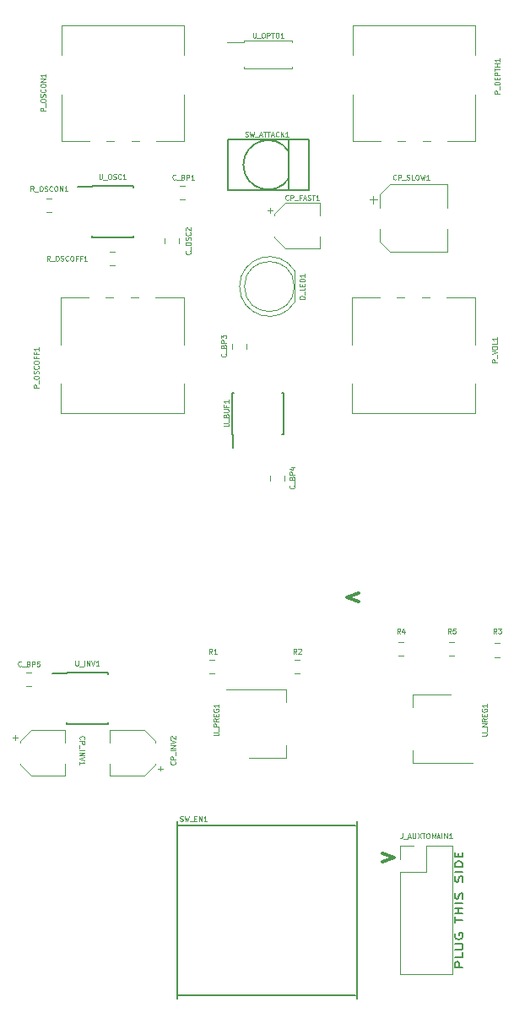
<source format=gbr>
G04 #@! TF.GenerationSoftware,KiCad,Pcbnew,(5.0.0-3-g5ebb6b6)*
G04 #@! TF.CreationDate,2018-11-10T02:34:20+00:00*
G04 #@! TF.ProjectId,555PWMTremolo,35353550574D5472656D6F6C6F2E6B69,rev?*
G04 #@! TF.SameCoordinates,Original*
G04 #@! TF.FileFunction,Legend,Top*
G04 #@! TF.FilePolarity,Positive*
%FSLAX46Y46*%
G04 Gerber Fmt 4.6, Leading zero omitted, Abs format (unit mm)*
G04 Created by KiCad (PCBNEW (5.0.0-3-g5ebb6b6)) date Saturday, 10 November 2018 at 02:34:20*
%MOMM*%
%LPD*%
G01*
G04 APERTURE LIST*
%ADD10C,0.300000*%
%ADD11C,0.200000*%
%ADD12C,0.150000*%
%ADD13C,0.120000*%
%ADD14C,0.125000*%
G04 APERTURE END LIST*
D10*
X89725428Y-129099428D02*
X88582571Y-128670857D01*
X89725428Y-128242285D01*
X92138571Y-154364571D02*
X93281428Y-154793142D01*
X92138571Y-155221714D01*
D11*
X100183904Y-165758095D02*
X99383904Y-165758095D01*
X99383904Y-165377142D01*
X99422000Y-165281904D01*
X99460095Y-165234285D01*
X99536285Y-165186666D01*
X99650571Y-165186666D01*
X99726761Y-165234285D01*
X99764857Y-165281904D01*
X99802952Y-165377142D01*
X99802952Y-165758095D01*
X100183904Y-164281904D02*
X100183904Y-164758095D01*
X99383904Y-164758095D01*
X99383904Y-163948571D02*
X100031523Y-163948571D01*
X100107714Y-163900952D01*
X100145809Y-163853333D01*
X100183904Y-163758095D01*
X100183904Y-163567619D01*
X100145809Y-163472380D01*
X100107714Y-163424761D01*
X100031523Y-163377142D01*
X99383904Y-163377142D01*
X99422000Y-162377142D02*
X99383904Y-162472380D01*
X99383904Y-162615238D01*
X99422000Y-162758095D01*
X99498190Y-162853333D01*
X99574380Y-162900952D01*
X99726761Y-162948571D01*
X99841047Y-162948571D01*
X99993428Y-162900952D01*
X100069619Y-162853333D01*
X100145809Y-162758095D01*
X100183904Y-162615238D01*
X100183904Y-162520000D01*
X100145809Y-162377142D01*
X100107714Y-162329523D01*
X99841047Y-162329523D01*
X99841047Y-162520000D01*
X99383904Y-161281904D02*
X99383904Y-160710476D01*
X100183904Y-160996190D02*
X99383904Y-160996190D01*
X100183904Y-160377142D02*
X99383904Y-160377142D01*
X99764857Y-160377142D02*
X99764857Y-159805714D01*
X100183904Y-159805714D02*
X99383904Y-159805714D01*
X100183904Y-159329523D02*
X99383904Y-159329523D01*
X100145809Y-158900952D02*
X100183904Y-158758095D01*
X100183904Y-158520000D01*
X100145809Y-158424761D01*
X100107714Y-158377142D01*
X100031523Y-158329523D01*
X99955333Y-158329523D01*
X99879142Y-158377142D01*
X99841047Y-158424761D01*
X99802952Y-158520000D01*
X99764857Y-158710476D01*
X99726761Y-158805714D01*
X99688666Y-158853333D01*
X99612476Y-158900952D01*
X99536285Y-158900952D01*
X99460095Y-158853333D01*
X99422000Y-158805714D01*
X99383904Y-158710476D01*
X99383904Y-158472380D01*
X99422000Y-158329523D01*
X100145809Y-157186666D02*
X100183904Y-157043809D01*
X100183904Y-156805714D01*
X100145809Y-156710476D01*
X100107714Y-156662857D01*
X100031523Y-156615238D01*
X99955333Y-156615238D01*
X99879142Y-156662857D01*
X99841047Y-156710476D01*
X99802952Y-156805714D01*
X99764857Y-156996190D01*
X99726761Y-157091428D01*
X99688666Y-157139047D01*
X99612476Y-157186666D01*
X99536285Y-157186666D01*
X99460095Y-157139047D01*
X99422000Y-157091428D01*
X99383904Y-156996190D01*
X99383904Y-156758095D01*
X99422000Y-156615238D01*
X100183904Y-156186666D02*
X99383904Y-156186666D01*
X100183904Y-155710476D02*
X99383904Y-155710476D01*
X99383904Y-155472380D01*
X99422000Y-155329523D01*
X99498190Y-155234285D01*
X99574380Y-155186666D01*
X99726761Y-155139047D01*
X99841047Y-155139047D01*
X99993428Y-155186666D01*
X100069619Y-155234285D01*
X100145809Y-155329523D01*
X100183904Y-155472380D01*
X100183904Y-155710476D01*
X99764857Y-154710476D02*
X99764857Y-154377142D01*
X100183904Y-154234285D02*
X100183904Y-154710476D01*
X99383904Y-154710476D01*
X99383904Y-154234285D01*
D12*
G04 #@! TO.C,SW_EN1*
X89433400Y-168541700D02*
X72923400Y-168541700D01*
X72923400Y-168541700D02*
X71653400Y-168541700D01*
X71526400Y-168922700D02*
X71526400Y-151142700D01*
X71653400Y-151523700D02*
X89433400Y-151523700D01*
X89560400Y-151142700D02*
X89560400Y-168922700D01*
D13*
G04 #@! TO.C,D_LED1*
X77782000Y-97535538D02*
G75*
G03X83332000Y-99080830I2990000J-462D01*
G01*
X77782000Y-97536462D02*
G75*
G02X83332000Y-95991170I2990000J462D01*
G01*
X83272000Y-97536000D02*
G75*
G03X83272000Y-97536000I-2500000J0D01*
G01*
X83332000Y-99081000D02*
X83332000Y-95991000D01*
G04 #@! TO.C,U_NREG1*
X101191500Y-145269000D02*
X95181500Y-145269000D01*
X98941500Y-138449000D02*
X95181500Y-138449000D01*
X95181500Y-145269000D02*
X95181500Y-144009000D01*
X95181500Y-138449000D02*
X95181500Y-139709000D01*
G04 #@! TO.C,C_BP1*
X71747748Y-87428000D02*
X72270252Y-87428000D01*
X71747748Y-88848000D02*
X72270252Y-88848000D01*
G04 #@! TO.C,C_BP3*
X77014000Y-103243748D02*
X77014000Y-103766252D01*
X78434000Y-103243748D02*
X78434000Y-103766252D01*
G04 #@! TO.C,C_BP4*
X80824000Y-116451748D02*
X80824000Y-116974252D01*
X82244000Y-116451748D02*
X82244000Y-116974252D01*
G04 #@! TO.C,C_BP5*
X56380748Y-136196000D02*
X56903252Y-136196000D01*
X56380748Y-137616000D02*
X56903252Y-137616000D01*
G04 #@! TO.C,P_DEPTH1*
X89120000Y-82940000D02*
X89120000Y-78274000D01*
X89120000Y-74365000D02*
X89120000Y-71350000D01*
X101460000Y-82940000D02*
X101460000Y-78274000D01*
X101460000Y-74365000D02*
X101460000Y-71350000D01*
X89120000Y-82940000D02*
X91919000Y-82940000D01*
X93661000Y-82940000D02*
X94420000Y-82940000D01*
X96161000Y-82940000D02*
X96920000Y-82940000D01*
X98660000Y-82940000D02*
X101460000Y-82940000D01*
X89120000Y-71350000D02*
X101460000Y-71350000D01*
G04 #@! TO.C,P_VOL1*
X101380000Y-110260000D02*
X89040000Y-110260000D01*
X91840000Y-98670000D02*
X89040000Y-98670000D01*
X94339000Y-98670000D02*
X93580000Y-98670000D01*
X96839000Y-98670000D02*
X96080000Y-98670000D01*
X101380000Y-98670000D02*
X98581000Y-98670000D01*
X89040000Y-107245000D02*
X89040000Y-110260000D01*
X89040000Y-98670000D02*
X89040000Y-103336000D01*
X101380000Y-107245000D02*
X101380000Y-110260000D01*
X101380000Y-98670000D02*
X101380000Y-103336000D01*
G04 #@! TO.C,R1*
X75242052Y-134926000D02*
X74719548Y-134926000D01*
X75242052Y-136346000D02*
X74719548Y-136346000D01*
G04 #@! TO.C,R2*
X83827252Y-136346000D02*
X83304748Y-136346000D01*
X83827252Y-134926000D02*
X83304748Y-134926000D01*
G04 #@! TO.C,R3*
X103370748Y-133275000D02*
X103893252Y-133275000D01*
X103370748Y-134695000D02*
X103893252Y-134695000D01*
G04 #@! TO.C,R4*
X94241252Y-134568000D02*
X93718748Y-134568000D01*
X94241252Y-133148000D02*
X93718748Y-133148000D01*
G04 #@! TO.C,R5*
X98798748Y-134568000D02*
X99321252Y-134568000D01*
X98798748Y-133148000D02*
X99321252Y-133148000D01*
D12*
G04 #@! TO.C,U_BUF1*
X77104000Y-112311000D02*
X77104000Y-113711000D01*
X82204000Y-112311000D02*
X82204000Y-108161000D01*
X77054000Y-112311000D02*
X77054000Y-108161000D01*
X82204000Y-112311000D02*
X82059000Y-112311000D01*
X82204000Y-108161000D02*
X82059000Y-108161000D01*
X77054000Y-108161000D02*
X77199000Y-108161000D01*
X77054000Y-112311000D02*
X77104000Y-112311000D01*
D13*
G04 #@! TO.C,U_PREG1*
X82491500Y-144761000D02*
X82491500Y-143501000D01*
X82491500Y-137941000D02*
X82491500Y-139201000D01*
X78731500Y-144761000D02*
X82491500Y-144761000D01*
X76481500Y-137941000D02*
X82491500Y-137941000D01*
G04 #@! TO.C,CP_INV1*
X55289000Y-142462000D02*
X55289000Y-142962000D01*
X55039000Y-142712000D02*
X55539000Y-142712000D01*
X55779000Y-145467563D02*
X56843437Y-146532000D01*
X55779000Y-143076437D02*
X56843437Y-142012000D01*
X55779000Y-143076437D02*
X55779000Y-143212000D01*
X55779000Y-145467563D02*
X55779000Y-145332000D01*
X56843437Y-146532000D02*
X60299000Y-146532000D01*
X56843437Y-142012000D02*
X60299000Y-142012000D01*
X60299000Y-142012000D02*
X60299000Y-143212000D01*
X60299000Y-146532000D02*
X60299000Y-145332000D01*
G04 #@! TO.C,CP_INV2*
X64796000Y-142012000D02*
X64796000Y-143212000D01*
X64796000Y-146532000D02*
X64796000Y-145332000D01*
X68251563Y-146532000D02*
X64796000Y-146532000D01*
X68251563Y-142012000D02*
X64796000Y-142012000D01*
X69316000Y-143076437D02*
X69316000Y-143212000D01*
X69316000Y-145467563D02*
X69316000Y-145332000D01*
X69316000Y-145467563D02*
X68251563Y-146532000D01*
X69316000Y-143076437D02*
X68251563Y-142012000D01*
X70056000Y-145832000D02*
X69556000Y-145832000D01*
X69806000Y-146082000D02*
X69806000Y-145582000D01*
G04 #@! TO.C,C_OSC2*
X71703000Y-92702748D02*
X71703000Y-93225252D01*
X70283000Y-92702748D02*
X70283000Y-93225252D01*
G04 #@! TO.C,R_OSCOFF1*
X65285252Y-94032000D02*
X64762748Y-94032000D01*
X65285252Y-95452000D02*
X64762748Y-95452000D01*
G04 #@! TO.C,R_OSCON1*
X58412748Y-88698000D02*
X58935252Y-88698000D01*
X58412748Y-90118000D02*
X58935252Y-90118000D01*
D12*
G04 #@! TO.C,U_OSC1*
X62949000Y-87468000D02*
X62949000Y-87518000D01*
X67099000Y-87468000D02*
X67099000Y-87613000D01*
X67099000Y-92618000D02*
X67099000Y-92473000D01*
X62949000Y-92618000D02*
X62949000Y-92473000D01*
X62949000Y-87468000D02*
X67099000Y-87468000D01*
X62949000Y-92618000D02*
X67099000Y-92618000D01*
X62949000Y-87518000D02*
X61549000Y-87518000D01*
D13*
G04 #@! TO.C,P_OSCOFF1*
X72170000Y-110260000D02*
X59830000Y-110260000D01*
X62630000Y-98670000D02*
X59830000Y-98670000D01*
X65129000Y-98670000D02*
X64370000Y-98670000D01*
X67629000Y-98670000D02*
X66870000Y-98670000D01*
X72170000Y-98670000D02*
X69371000Y-98670000D01*
X59830000Y-107245000D02*
X59830000Y-110260000D01*
X59830000Y-98670000D02*
X59830000Y-103336000D01*
X72170000Y-107245000D02*
X72170000Y-110260000D01*
X72170000Y-98670000D02*
X72170000Y-103336000D01*
G04 #@! TO.C,P_OSCON1*
X59910000Y-82940000D02*
X59910000Y-78274000D01*
X59910000Y-74365000D02*
X59910000Y-71350000D01*
X72250000Y-82940000D02*
X72250000Y-78274000D01*
X72250000Y-74365000D02*
X72250000Y-71350000D01*
X59910000Y-82940000D02*
X62709000Y-82940000D01*
X64451000Y-82940000D02*
X65210000Y-82940000D01*
X66951000Y-82940000D02*
X67710000Y-82940000D01*
X69450000Y-82940000D02*
X72250000Y-82940000D01*
X59910000Y-71350000D02*
X72250000Y-71350000D01*
D12*
G04 #@! TO.C,U_INV1*
X60409000Y-136286000D02*
X59009000Y-136286000D01*
X60409000Y-141386000D02*
X64559000Y-141386000D01*
X60409000Y-136236000D02*
X64559000Y-136236000D01*
X60409000Y-141386000D02*
X60409000Y-141241000D01*
X64559000Y-141386000D02*
X64559000Y-141241000D01*
X64559000Y-136236000D02*
X64559000Y-136381000D01*
X60409000Y-136236000D02*
X60409000Y-136286000D01*
D13*
G04 #@! TO.C,U_OPTO1*
X83045000Y-72895000D02*
X83045000Y-73045000D01*
X78245000Y-72895000D02*
X83045000Y-72895000D01*
X78245000Y-73045000D02*
X78245000Y-72895000D01*
X78245000Y-75695000D02*
X78245000Y-75545000D01*
X83045000Y-75695000D02*
X78245000Y-75695000D01*
X83045000Y-75545000D02*
X83045000Y-75695000D01*
X78245000Y-73045000D02*
X76545000Y-73045000D01*
G04 #@! TO.C,J_AUXTOMAIN1*
X93920000Y-153610000D02*
X95250000Y-153610000D01*
X93920000Y-154940000D02*
X93920000Y-153610000D01*
X96520000Y-153610000D02*
X99120000Y-153610000D01*
X96520000Y-156210000D02*
X96520000Y-153610000D01*
X93920000Y-156210000D02*
X96520000Y-156210000D01*
X99120000Y-153610000D02*
X99120000Y-166430000D01*
X93920000Y-156210000D02*
X93920000Y-166430000D01*
X93920000Y-166430000D02*
X99120000Y-166430000D01*
G04 #@! TO.C,CP_FAST1*
X85826000Y-93700000D02*
X85826000Y-92500000D01*
X85826000Y-89180000D02*
X85826000Y-90380000D01*
X82370437Y-89180000D02*
X85826000Y-89180000D01*
X82370437Y-93700000D02*
X85826000Y-93700000D01*
X81306000Y-92635563D02*
X81306000Y-92500000D01*
X81306000Y-90244437D02*
X81306000Y-90380000D01*
X81306000Y-90244437D02*
X82370437Y-89180000D01*
X81306000Y-92635563D02*
X82370437Y-93700000D01*
X80566000Y-89880000D02*
X81066000Y-89880000D01*
X80816000Y-89630000D02*
X80816000Y-90130000D01*
G04 #@! TO.C,CP_SLOW1*
X98660000Y-94088000D02*
X98660000Y-91738000D01*
X98660000Y-87268000D02*
X98660000Y-89618000D01*
X92904437Y-87268000D02*
X98660000Y-87268000D01*
X92904437Y-94088000D02*
X98660000Y-94088000D01*
X91840000Y-93023563D02*
X91840000Y-91738000D01*
X91840000Y-88332437D02*
X91840000Y-89618000D01*
X91840000Y-88332437D02*
X92904437Y-87268000D01*
X91840000Y-93023563D02*
X92904437Y-94088000D01*
X90812500Y-88830500D02*
X91600000Y-88830500D01*
X91206250Y-88436750D02*
X91206250Y-89224250D01*
D12*
G04 #@! TO.C,SW_ATTACK1*
X82718177Y-83988461D02*
G75*
G03X82717640Y-86700360I-2073177J-1355539D01*
G01*
X82727800Y-87884000D02*
X82727800Y-82804000D01*
X84709000Y-82804000D02*
X76581000Y-82804000D01*
X84709000Y-87884000D02*
X84709000Y-82804000D01*
X76581000Y-87884000D02*
X84709000Y-87884000D01*
X76581000Y-82804000D02*
X76581000Y-87884000D01*
G04 #@! TO.C,SW_EN1*
D14*
X71806761Y-151078380D02*
X71878190Y-151102190D01*
X71997238Y-151102190D01*
X72044857Y-151078380D01*
X72068666Y-151054571D01*
X72092476Y-151006952D01*
X72092476Y-150959333D01*
X72068666Y-150911714D01*
X72044857Y-150887904D01*
X71997238Y-150864095D01*
X71902000Y-150840285D01*
X71854380Y-150816476D01*
X71830571Y-150792666D01*
X71806761Y-150745047D01*
X71806761Y-150697428D01*
X71830571Y-150649809D01*
X71854380Y-150626000D01*
X71902000Y-150602190D01*
X72021047Y-150602190D01*
X72092476Y-150626000D01*
X72259142Y-150602190D02*
X72378190Y-151102190D01*
X72473428Y-150745047D01*
X72568666Y-151102190D01*
X72687714Y-150602190D01*
X72759142Y-151149809D02*
X73140095Y-151149809D01*
X73259142Y-150840285D02*
X73425809Y-150840285D01*
X73497238Y-151102190D02*
X73259142Y-151102190D01*
X73259142Y-150602190D01*
X73497238Y-150602190D01*
X73711523Y-151102190D02*
X73711523Y-150602190D01*
X73997238Y-151102190D01*
X73997238Y-150602190D01*
X74497238Y-151102190D02*
X74211523Y-151102190D01*
X74354380Y-151102190D02*
X74354380Y-150602190D01*
X74306761Y-150673619D01*
X74259142Y-150721238D01*
X74211523Y-150745047D01*
G04 #@! TO.C,D_LED1*
X84300190Y-98774095D02*
X83800190Y-98774095D01*
X83800190Y-98655047D01*
X83824000Y-98583619D01*
X83871619Y-98536000D01*
X83919238Y-98512190D01*
X84014476Y-98488380D01*
X84085904Y-98488380D01*
X84181142Y-98512190D01*
X84228761Y-98536000D01*
X84276380Y-98583619D01*
X84300190Y-98655047D01*
X84300190Y-98774095D01*
X84347809Y-98393142D02*
X84347809Y-98012190D01*
X84300190Y-97655047D02*
X84300190Y-97893142D01*
X83800190Y-97893142D01*
X84038285Y-97488380D02*
X84038285Y-97321714D01*
X84300190Y-97250285D02*
X84300190Y-97488380D01*
X83800190Y-97488380D01*
X83800190Y-97250285D01*
X84300190Y-97036000D02*
X83800190Y-97036000D01*
X83800190Y-96916952D01*
X83824000Y-96845523D01*
X83871619Y-96797904D01*
X83919238Y-96774095D01*
X84014476Y-96750285D01*
X84085904Y-96750285D01*
X84181142Y-96774095D01*
X84228761Y-96797904D01*
X84276380Y-96845523D01*
X84300190Y-96916952D01*
X84300190Y-97036000D01*
X84300190Y-96274095D02*
X84300190Y-96559809D01*
X84300190Y-96416952D02*
X83800190Y-96416952D01*
X83871619Y-96464571D01*
X83919238Y-96512190D01*
X83943047Y-96559809D01*
G04 #@! TO.C,U_NREG1*
X102088190Y-142529523D02*
X102492952Y-142529523D01*
X102540571Y-142505714D01*
X102564380Y-142481904D01*
X102588190Y-142434285D01*
X102588190Y-142339047D01*
X102564380Y-142291428D01*
X102540571Y-142267619D01*
X102492952Y-142243809D01*
X102088190Y-142243809D01*
X102635809Y-142124761D02*
X102635809Y-141743809D01*
X102588190Y-141624761D02*
X102088190Y-141624761D01*
X102588190Y-141339047D01*
X102088190Y-141339047D01*
X102588190Y-140815238D02*
X102350095Y-140981904D01*
X102588190Y-141100952D02*
X102088190Y-141100952D01*
X102088190Y-140910476D01*
X102112000Y-140862857D01*
X102135809Y-140839047D01*
X102183428Y-140815238D01*
X102254857Y-140815238D01*
X102302476Y-140839047D01*
X102326285Y-140862857D01*
X102350095Y-140910476D01*
X102350095Y-141100952D01*
X102326285Y-140600952D02*
X102326285Y-140434285D01*
X102588190Y-140362857D02*
X102588190Y-140600952D01*
X102088190Y-140600952D01*
X102088190Y-140362857D01*
X102112000Y-139886666D02*
X102088190Y-139934285D01*
X102088190Y-140005714D01*
X102112000Y-140077142D01*
X102159619Y-140124761D01*
X102207238Y-140148571D01*
X102302476Y-140172380D01*
X102373904Y-140172380D01*
X102469142Y-140148571D01*
X102516761Y-140124761D01*
X102564380Y-140077142D01*
X102588190Y-140005714D01*
X102588190Y-139958095D01*
X102564380Y-139886666D01*
X102540571Y-139862857D01*
X102373904Y-139862857D01*
X102373904Y-139958095D01*
X102588190Y-139386666D02*
X102588190Y-139672380D01*
X102588190Y-139529523D02*
X102088190Y-139529523D01*
X102159619Y-139577142D01*
X102207238Y-139624761D01*
X102231047Y-139672380D01*
G04 #@! TO.C,C_BP1*
X71362190Y-86792571D02*
X71338380Y-86816380D01*
X71266952Y-86840190D01*
X71219333Y-86840190D01*
X71147904Y-86816380D01*
X71100285Y-86768761D01*
X71076476Y-86721142D01*
X71052666Y-86625904D01*
X71052666Y-86554476D01*
X71076476Y-86459238D01*
X71100285Y-86411619D01*
X71147904Y-86364000D01*
X71219333Y-86340190D01*
X71266952Y-86340190D01*
X71338380Y-86364000D01*
X71362190Y-86387809D01*
X71457428Y-86887809D02*
X71838380Y-86887809D01*
X72124095Y-86578285D02*
X72195523Y-86602095D01*
X72219333Y-86625904D01*
X72243142Y-86673523D01*
X72243142Y-86744952D01*
X72219333Y-86792571D01*
X72195523Y-86816380D01*
X72147904Y-86840190D01*
X71957428Y-86840190D01*
X71957428Y-86340190D01*
X72124095Y-86340190D01*
X72171714Y-86364000D01*
X72195523Y-86387809D01*
X72219333Y-86435428D01*
X72219333Y-86483047D01*
X72195523Y-86530666D01*
X72171714Y-86554476D01*
X72124095Y-86578285D01*
X71957428Y-86578285D01*
X72457428Y-86840190D02*
X72457428Y-86340190D01*
X72647904Y-86340190D01*
X72695523Y-86364000D01*
X72719333Y-86387809D01*
X72743142Y-86435428D01*
X72743142Y-86506857D01*
X72719333Y-86554476D01*
X72695523Y-86578285D01*
X72647904Y-86602095D01*
X72457428Y-86602095D01*
X73219333Y-86840190D02*
X72933619Y-86840190D01*
X73076476Y-86840190D02*
X73076476Y-86340190D01*
X73028857Y-86411619D01*
X72981238Y-86459238D01*
X72933619Y-86483047D01*
G04 #@! TO.C,C_BP3*
X76378571Y-104278809D02*
X76402380Y-104302619D01*
X76426190Y-104374047D01*
X76426190Y-104421666D01*
X76402380Y-104493095D01*
X76354761Y-104540714D01*
X76307142Y-104564523D01*
X76211904Y-104588333D01*
X76140476Y-104588333D01*
X76045238Y-104564523D01*
X75997619Y-104540714D01*
X75950000Y-104493095D01*
X75926190Y-104421666D01*
X75926190Y-104374047D01*
X75950000Y-104302619D01*
X75973809Y-104278809D01*
X76473809Y-104183571D02*
X76473809Y-103802619D01*
X76164285Y-103516904D02*
X76188095Y-103445476D01*
X76211904Y-103421666D01*
X76259523Y-103397857D01*
X76330952Y-103397857D01*
X76378571Y-103421666D01*
X76402380Y-103445476D01*
X76426190Y-103493095D01*
X76426190Y-103683571D01*
X75926190Y-103683571D01*
X75926190Y-103516904D01*
X75950000Y-103469285D01*
X75973809Y-103445476D01*
X76021428Y-103421666D01*
X76069047Y-103421666D01*
X76116666Y-103445476D01*
X76140476Y-103469285D01*
X76164285Y-103516904D01*
X76164285Y-103683571D01*
X76426190Y-103183571D02*
X75926190Y-103183571D01*
X75926190Y-102993095D01*
X75950000Y-102945476D01*
X75973809Y-102921666D01*
X76021428Y-102897857D01*
X76092857Y-102897857D01*
X76140476Y-102921666D01*
X76164285Y-102945476D01*
X76188095Y-102993095D01*
X76188095Y-103183571D01*
X75926190Y-102731190D02*
X75926190Y-102421666D01*
X76116666Y-102588333D01*
X76116666Y-102516904D01*
X76140476Y-102469285D01*
X76164285Y-102445476D01*
X76211904Y-102421666D01*
X76330952Y-102421666D01*
X76378571Y-102445476D01*
X76402380Y-102469285D01*
X76426190Y-102516904D01*
X76426190Y-102659761D01*
X76402380Y-102707380D01*
X76378571Y-102731190D01*
G04 #@! TO.C,C_BP4*
X83236571Y-117486809D02*
X83260380Y-117510619D01*
X83284190Y-117582047D01*
X83284190Y-117629666D01*
X83260380Y-117701095D01*
X83212761Y-117748714D01*
X83165142Y-117772523D01*
X83069904Y-117796333D01*
X82998476Y-117796333D01*
X82903238Y-117772523D01*
X82855619Y-117748714D01*
X82808000Y-117701095D01*
X82784190Y-117629666D01*
X82784190Y-117582047D01*
X82808000Y-117510619D01*
X82831809Y-117486809D01*
X83331809Y-117391571D02*
X83331809Y-117010619D01*
X83022285Y-116724904D02*
X83046095Y-116653476D01*
X83069904Y-116629666D01*
X83117523Y-116605857D01*
X83188952Y-116605857D01*
X83236571Y-116629666D01*
X83260380Y-116653476D01*
X83284190Y-116701095D01*
X83284190Y-116891571D01*
X82784190Y-116891571D01*
X82784190Y-116724904D01*
X82808000Y-116677285D01*
X82831809Y-116653476D01*
X82879428Y-116629666D01*
X82927047Y-116629666D01*
X82974666Y-116653476D01*
X82998476Y-116677285D01*
X83022285Y-116724904D01*
X83022285Y-116891571D01*
X83284190Y-116391571D02*
X82784190Y-116391571D01*
X82784190Y-116201095D01*
X82808000Y-116153476D01*
X82831809Y-116129666D01*
X82879428Y-116105857D01*
X82950857Y-116105857D01*
X82998476Y-116129666D01*
X83022285Y-116153476D01*
X83046095Y-116201095D01*
X83046095Y-116391571D01*
X82950857Y-115677285D02*
X83284190Y-115677285D01*
X82760380Y-115796333D02*
X83117523Y-115915380D01*
X83117523Y-115605857D01*
G04 #@! TO.C,C_BP5*
X55868190Y-135560571D02*
X55844380Y-135584380D01*
X55772952Y-135608190D01*
X55725333Y-135608190D01*
X55653904Y-135584380D01*
X55606285Y-135536761D01*
X55582476Y-135489142D01*
X55558666Y-135393904D01*
X55558666Y-135322476D01*
X55582476Y-135227238D01*
X55606285Y-135179619D01*
X55653904Y-135132000D01*
X55725333Y-135108190D01*
X55772952Y-135108190D01*
X55844380Y-135132000D01*
X55868190Y-135155809D01*
X55963428Y-135655809D02*
X56344380Y-135655809D01*
X56630095Y-135346285D02*
X56701523Y-135370095D01*
X56725333Y-135393904D01*
X56749142Y-135441523D01*
X56749142Y-135512952D01*
X56725333Y-135560571D01*
X56701523Y-135584380D01*
X56653904Y-135608190D01*
X56463428Y-135608190D01*
X56463428Y-135108190D01*
X56630095Y-135108190D01*
X56677714Y-135132000D01*
X56701523Y-135155809D01*
X56725333Y-135203428D01*
X56725333Y-135251047D01*
X56701523Y-135298666D01*
X56677714Y-135322476D01*
X56630095Y-135346285D01*
X56463428Y-135346285D01*
X56963428Y-135608190D02*
X56963428Y-135108190D01*
X57153904Y-135108190D01*
X57201523Y-135132000D01*
X57225333Y-135155809D01*
X57249142Y-135203428D01*
X57249142Y-135274857D01*
X57225333Y-135322476D01*
X57201523Y-135346285D01*
X57153904Y-135370095D01*
X56963428Y-135370095D01*
X57701523Y-135108190D02*
X57463428Y-135108190D01*
X57439619Y-135346285D01*
X57463428Y-135322476D01*
X57511047Y-135298666D01*
X57630095Y-135298666D01*
X57677714Y-135322476D01*
X57701523Y-135346285D01*
X57725333Y-135393904D01*
X57725333Y-135512952D01*
X57701523Y-135560571D01*
X57677714Y-135584380D01*
X57630095Y-135608190D01*
X57511047Y-135608190D01*
X57463428Y-135584380D01*
X57439619Y-135560571D01*
G04 #@! TO.C,P_DEPTH1*
X103858190Y-78192095D02*
X103358190Y-78192095D01*
X103358190Y-78001619D01*
X103382000Y-77954000D01*
X103405809Y-77930190D01*
X103453428Y-77906380D01*
X103524857Y-77906380D01*
X103572476Y-77930190D01*
X103596285Y-77954000D01*
X103620095Y-78001619D01*
X103620095Y-78192095D01*
X103905809Y-77811142D02*
X103905809Y-77430190D01*
X103858190Y-77311142D02*
X103358190Y-77311142D01*
X103358190Y-77192095D01*
X103382000Y-77120666D01*
X103429619Y-77073047D01*
X103477238Y-77049238D01*
X103572476Y-77025428D01*
X103643904Y-77025428D01*
X103739142Y-77049238D01*
X103786761Y-77073047D01*
X103834380Y-77120666D01*
X103858190Y-77192095D01*
X103858190Y-77311142D01*
X103596285Y-76811142D02*
X103596285Y-76644476D01*
X103858190Y-76573047D02*
X103858190Y-76811142D01*
X103358190Y-76811142D01*
X103358190Y-76573047D01*
X103858190Y-76358761D02*
X103358190Y-76358761D01*
X103358190Y-76168285D01*
X103382000Y-76120666D01*
X103405809Y-76096857D01*
X103453428Y-76073047D01*
X103524857Y-76073047D01*
X103572476Y-76096857D01*
X103596285Y-76120666D01*
X103620095Y-76168285D01*
X103620095Y-76358761D01*
X103358190Y-75930190D02*
X103358190Y-75644476D01*
X103858190Y-75787333D02*
X103358190Y-75787333D01*
X103858190Y-75477809D02*
X103358190Y-75477809D01*
X103596285Y-75477809D02*
X103596285Y-75192095D01*
X103858190Y-75192095D02*
X103358190Y-75192095D01*
X103858190Y-74692095D02*
X103858190Y-74977809D01*
X103858190Y-74834952D02*
X103358190Y-74834952D01*
X103429619Y-74882571D01*
X103477238Y-74930190D01*
X103501047Y-74977809D01*
G04 #@! TO.C,P_VOL1*
X103604190Y-105124095D02*
X103104190Y-105124095D01*
X103104190Y-104933619D01*
X103128000Y-104886000D01*
X103151809Y-104862190D01*
X103199428Y-104838380D01*
X103270857Y-104838380D01*
X103318476Y-104862190D01*
X103342285Y-104886000D01*
X103366095Y-104933619D01*
X103366095Y-105124095D01*
X103651809Y-104743142D02*
X103651809Y-104362190D01*
X103104190Y-104314571D02*
X103604190Y-104147904D01*
X103104190Y-103981238D01*
X103104190Y-103719333D02*
X103104190Y-103624095D01*
X103128000Y-103576476D01*
X103175619Y-103528857D01*
X103270857Y-103505047D01*
X103437523Y-103505047D01*
X103532761Y-103528857D01*
X103580380Y-103576476D01*
X103604190Y-103624095D01*
X103604190Y-103719333D01*
X103580380Y-103766952D01*
X103532761Y-103814571D01*
X103437523Y-103838380D01*
X103270857Y-103838380D01*
X103175619Y-103814571D01*
X103128000Y-103766952D01*
X103104190Y-103719333D01*
X103604190Y-103052666D02*
X103604190Y-103290761D01*
X103104190Y-103290761D01*
X103604190Y-102624095D02*
X103604190Y-102909809D01*
X103604190Y-102766952D02*
X103104190Y-102766952D01*
X103175619Y-102814571D01*
X103223238Y-102862190D01*
X103247047Y-102909809D01*
G04 #@! TO.C,R1*
X75024466Y-134338190D02*
X74857800Y-134100095D01*
X74738752Y-134338190D02*
X74738752Y-133838190D01*
X74929228Y-133838190D01*
X74976847Y-133862000D01*
X75000657Y-133885809D01*
X75024466Y-133933428D01*
X75024466Y-134004857D01*
X75000657Y-134052476D01*
X74976847Y-134076285D01*
X74929228Y-134100095D01*
X74738752Y-134100095D01*
X75500657Y-134338190D02*
X75214942Y-134338190D01*
X75357800Y-134338190D02*
X75357800Y-133838190D01*
X75310180Y-133909619D01*
X75262561Y-133957238D01*
X75214942Y-133981047D01*
G04 #@! TO.C,R2*
X83482666Y-134338190D02*
X83316000Y-134100095D01*
X83196952Y-134338190D02*
X83196952Y-133838190D01*
X83387428Y-133838190D01*
X83435047Y-133862000D01*
X83458857Y-133885809D01*
X83482666Y-133933428D01*
X83482666Y-134004857D01*
X83458857Y-134052476D01*
X83435047Y-134076285D01*
X83387428Y-134100095D01*
X83196952Y-134100095D01*
X83673142Y-133885809D02*
X83696952Y-133862000D01*
X83744571Y-133838190D01*
X83863619Y-133838190D01*
X83911238Y-133862000D01*
X83935047Y-133885809D01*
X83958857Y-133933428D01*
X83958857Y-133981047D01*
X83935047Y-134052476D01*
X83649333Y-134338190D01*
X83958857Y-134338190D01*
G04 #@! TO.C,R3*
X103548666Y-132306190D02*
X103382000Y-132068095D01*
X103262952Y-132306190D02*
X103262952Y-131806190D01*
X103453428Y-131806190D01*
X103501047Y-131830000D01*
X103524857Y-131853809D01*
X103548666Y-131901428D01*
X103548666Y-131972857D01*
X103524857Y-132020476D01*
X103501047Y-132044285D01*
X103453428Y-132068095D01*
X103262952Y-132068095D01*
X103715333Y-131806190D02*
X104024857Y-131806190D01*
X103858190Y-131996666D01*
X103929619Y-131996666D01*
X103977238Y-132020476D01*
X104001047Y-132044285D01*
X104024857Y-132091904D01*
X104024857Y-132210952D01*
X104001047Y-132258571D01*
X103977238Y-132282380D01*
X103929619Y-132306190D01*
X103786761Y-132306190D01*
X103739142Y-132282380D01*
X103715333Y-132258571D01*
G04 #@! TO.C,R4*
X93896666Y-132306190D02*
X93730000Y-132068095D01*
X93610952Y-132306190D02*
X93610952Y-131806190D01*
X93801428Y-131806190D01*
X93849047Y-131830000D01*
X93872857Y-131853809D01*
X93896666Y-131901428D01*
X93896666Y-131972857D01*
X93872857Y-132020476D01*
X93849047Y-132044285D01*
X93801428Y-132068095D01*
X93610952Y-132068095D01*
X94325238Y-131972857D02*
X94325238Y-132306190D01*
X94206190Y-131782380D02*
X94087142Y-132139523D01*
X94396666Y-132139523D01*
G04 #@! TO.C,R5*
X98976666Y-132306190D02*
X98810000Y-132068095D01*
X98690952Y-132306190D02*
X98690952Y-131806190D01*
X98881428Y-131806190D01*
X98929047Y-131830000D01*
X98952857Y-131853809D01*
X98976666Y-131901428D01*
X98976666Y-131972857D01*
X98952857Y-132020476D01*
X98929047Y-132044285D01*
X98881428Y-132068095D01*
X98690952Y-132068095D01*
X99429047Y-131806190D02*
X99190952Y-131806190D01*
X99167142Y-132044285D01*
X99190952Y-132020476D01*
X99238571Y-131996666D01*
X99357619Y-131996666D01*
X99405238Y-132020476D01*
X99429047Y-132044285D01*
X99452857Y-132091904D01*
X99452857Y-132210952D01*
X99429047Y-132258571D01*
X99405238Y-132282380D01*
X99357619Y-132306190D01*
X99238571Y-132306190D01*
X99190952Y-132282380D01*
X99167142Y-132258571D01*
G04 #@! TO.C,U_BUF1*
X76180190Y-111533619D02*
X76584952Y-111533619D01*
X76632571Y-111509809D01*
X76656380Y-111486000D01*
X76680190Y-111438380D01*
X76680190Y-111343142D01*
X76656380Y-111295523D01*
X76632571Y-111271714D01*
X76584952Y-111247904D01*
X76180190Y-111247904D01*
X76727809Y-111128857D02*
X76727809Y-110747904D01*
X76418285Y-110462190D02*
X76442095Y-110390761D01*
X76465904Y-110366952D01*
X76513523Y-110343142D01*
X76584952Y-110343142D01*
X76632571Y-110366952D01*
X76656380Y-110390761D01*
X76680190Y-110438380D01*
X76680190Y-110628857D01*
X76180190Y-110628857D01*
X76180190Y-110462190D01*
X76204000Y-110414571D01*
X76227809Y-110390761D01*
X76275428Y-110366952D01*
X76323047Y-110366952D01*
X76370666Y-110390761D01*
X76394476Y-110414571D01*
X76418285Y-110462190D01*
X76418285Y-110628857D01*
X76180190Y-110128857D02*
X76584952Y-110128857D01*
X76632571Y-110105047D01*
X76656380Y-110081238D01*
X76680190Y-110033619D01*
X76680190Y-109938380D01*
X76656380Y-109890761D01*
X76632571Y-109866952D01*
X76584952Y-109843142D01*
X76180190Y-109843142D01*
X76418285Y-109438380D02*
X76418285Y-109605047D01*
X76680190Y-109605047D02*
X76180190Y-109605047D01*
X76180190Y-109366952D01*
X76680190Y-108914571D02*
X76680190Y-109200285D01*
X76680190Y-109057428D02*
X76180190Y-109057428D01*
X76251619Y-109105047D01*
X76299238Y-109152666D01*
X76323047Y-109200285D01*
G04 #@! TO.C,U_PREG1*
X75164190Y-142517619D02*
X75568952Y-142517619D01*
X75616571Y-142493809D01*
X75640380Y-142470000D01*
X75664190Y-142422380D01*
X75664190Y-142327142D01*
X75640380Y-142279523D01*
X75616571Y-142255714D01*
X75568952Y-142231904D01*
X75164190Y-142231904D01*
X75711809Y-142112857D02*
X75711809Y-141731904D01*
X75664190Y-141612857D02*
X75164190Y-141612857D01*
X75164190Y-141422380D01*
X75188000Y-141374761D01*
X75211809Y-141350952D01*
X75259428Y-141327142D01*
X75330857Y-141327142D01*
X75378476Y-141350952D01*
X75402285Y-141374761D01*
X75426095Y-141422380D01*
X75426095Y-141612857D01*
X75664190Y-140827142D02*
X75426095Y-140993809D01*
X75664190Y-141112857D02*
X75164190Y-141112857D01*
X75164190Y-140922380D01*
X75188000Y-140874761D01*
X75211809Y-140850952D01*
X75259428Y-140827142D01*
X75330857Y-140827142D01*
X75378476Y-140850952D01*
X75402285Y-140874761D01*
X75426095Y-140922380D01*
X75426095Y-141112857D01*
X75402285Y-140612857D02*
X75402285Y-140446190D01*
X75664190Y-140374761D02*
X75664190Y-140612857D01*
X75164190Y-140612857D01*
X75164190Y-140374761D01*
X75188000Y-139898571D02*
X75164190Y-139946190D01*
X75164190Y-140017619D01*
X75188000Y-140089047D01*
X75235619Y-140136666D01*
X75283238Y-140160476D01*
X75378476Y-140184285D01*
X75449904Y-140184285D01*
X75545142Y-140160476D01*
X75592761Y-140136666D01*
X75640380Y-140089047D01*
X75664190Y-140017619D01*
X75664190Y-139970000D01*
X75640380Y-139898571D01*
X75616571Y-139874761D01*
X75449904Y-139874761D01*
X75449904Y-139970000D01*
X75664190Y-139398571D02*
X75664190Y-139684285D01*
X75664190Y-139541428D02*
X75164190Y-139541428D01*
X75235619Y-139589047D01*
X75283238Y-139636666D01*
X75307047Y-139684285D01*
G04 #@! TO.C,CP_INV1*
X61797428Y-142898952D02*
X61773619Y-142875142D01*
X61749809Y-142803714D01*
X61749809Y-142756095D01*
X61773619Y-142684666D01*
X61821238Y-142637047D01*
X61868857Y-142613238D01*
X61964095Y-142589428D01*
X62035523Y-142589428D01*
X62130761Y-142613238D01*
X62178380Y-142637047D01*
X62226000Y-142684666D01*
X62249809Y-142756095D01*
X62249809Y-142803714D01*
X62226000Y-142875142D01*
X62202190Y-142898952D01*
X61749809Y-143113238D02*
X62249809Y-143113238D01*
X62249809Y-143303714D01*
X62226000Y-143351333D01*
X62202190Y-143375142D01*
X62154571Y-143398952D01*
X62083142Y-143398952D01*
X62035523Y-143375142D01*
X62011714Y-143351333D01*
X61987904Y-143303714D01*
X61987904Y-143113238D01*
X61702190Y-143494190D02*
X61702190Y-143875142D01*
X61749809Y-143994190D02*
X62249809Y-143994190D01*
X61749809Y-144232285D02*
X62249809Y-144232285D01*
X61749809Y-144518000D01*
X62249809Y-144518000D01*
X62249809Y-144684666D02*
X61749809Y-144851333D01*
X62249809Y-145018000D01*
X61749809Y-145446571D02*
X61749809Y-145160857D01*
X61749809Y-145303714D02*
X62249809Y-145303714D01*
X62178380Y-145256095D01*
X62130761Y-145208476D01*
X62106952Y-145160857D01*
G04 #@! TO.C,CP_INV2*
X71298571Y-145137047D02*
X71322380Y-145160857D01*
X71346190Y-145232285D01*
X71346190Y-145279904D01*
X71322380Y-145351333D01*
X71274761Y-145398952D01*
X71227142Y-145422761D01*
X71131904Y-145446571D01*
X71060476Y-145446571D01*
X70965238Y-145422761D01*
X70917619Y-145398952D01*
X70870000Y-145351333D01*
X70846190Y-145279904D01*
X70846190Y-145232285D01*
X70870000Y-145160857D01*
X70893809Y-145137047D01*
X71346190Y-144922761D02*
X70846190Y-144922761D01*
X70846190Y-144732285D01*
X70870000Y-144684666D01*
X70893809Y-144660857D01*
X70941428Y-144637047D01*
X71012857Y-144637047D01*
X71060476Y-144660857D01*
X71084285Y-144684666D01*
X71108095Y-144732285D01*
X71108095Y-144922761D01*
X71393809Y-144541809D02*
X71393809Y-144160857D01*
X71346190Y-144041809D02*
X70846190Y-144041809D01*
X71346190Y-143803714D02*
X70846190Y-143803714D01*
X71346190Y-143518000D01*
X70846190Y-143518000D01*
X70846190Y-143351333D02*
X71346190Y-143184666D01*
X70846190Y-143018000D01*
X70893809Y-142875142D02*
X70870000Y-142851333D01*
X70846190Y-142803714D01*
X70846190Y-142684666D01*
X70870000Y-142637047D01*
X70893809Y-142613238D01*
X70941428Y-142589428D01*
X70989047Y-142589428D01*
X71060476Y-142613238D01*
X71346190Y-142898952D01*
X71346190Y-142589428D01*
G04 #@! TO.C,C_OSC2*
X72822571Y-93987809D02*
X72846380Y-94011619D01*
X72870190Y-94083047D01*
X72870190Y-94130666D01*
X72846380Y-94202095D01*
X72798761Y-94249714D01*
X72751142Y-94273523D01*
X72655904Y-94297333D01*
X72584476Y-94297333D01*
X72489238Y-94273523D01*
X72441619Y-94249714D01*
X72394000Y-94202095D01*
X72370190Y-94130666D01*
X72370190Y-94083047D01*
X72394000Y-94011619D01*
X72417809Y-93987809D01*
X72917809Y-93892571D02*
X72917809Y-93511619D01*
X72370190Y-93297333D02*
X72370190Y-93202095D01*
X72394000Y-93154476D01*
X72441619Y-93106857D01*
X72536857Y-93083047D01*
X72703523Y-93083047D01*
X72798761Y-93106857D01*
X72846380Y-93154476D01*
X72870190Y-93202095D01*
X72870190Y-93297333D01*
X72846380Y-93344952D01*
X72798761Y-93392571D01*
X72703523Y-93416380D01*
X72536857Y-93416380D01*
X72441619Y-93392571D01*
X72394000Y-93344952D01*
X72370190Y-93297333D01*
X72846380Y-92892571D02*
X72870190Y-92821142D01*
X72870190Y-92702095D01*
X72846380Y-92654476D01*
X72822571Y-92630666D01*
X72774952Y-92606857D01*
X72727333Y-92606857D01*
X72679714Y-92630666D01*
X72655904Y-92654476D01*
X72632095Y-92702095D01*
X72608285Y-92797333D01*
X72584476Y-92844952D01*
X72560666Y-92868761D01*
X72513047Y-92892571D01*
X72465428Y-92892571D01*
X72417809Y-92868761D01*
X72394000Y-92844952D01*
X72370190Y-92797333D01*
X72370190Y-92678285D01*
X72394000Y-92606857D01*
X72822571Y-92106857D02*
X72846380Y-92130666D01*
X72870190Y-92202095D01*
X72870190Y-92249714D01*
X72846380Y-92321142D01*
X72798761Y-92368761D01*
X72751142Y-92392571D01*
X72655904Y-92416380D01*
X72584476Y-92416380D01*
X72489238Y-92392571D01*
X72441619Y-92368761D01*
X72394000Y-92321142D01*
X72370190Y-92249714D01*
X72370190Y-92202095D01*
X72394000Y-92130666D01*
X72417809Y-92106857D01*
X72417809Y-91916380D02*
X72394000Y-91892571D01*
X72370190Y-91844952D01*
X72370190Y-91725904D01*
X72394000Y-91678285D01*
X72417809Y-91654476D01*
X72465428Y-91630666D01*
X72513047Y-91630666D01*
X72584476Y-91654476D01*
X72870190Y-91940190D01*
X72870190Y-91630666D01*
G04 #@! TO.C,R_OSCOFF1*
X58737714Y-94968190D02*
X58571047Y-94730095D01*
X58452000Y-94968190D02*
X58452000Y-94468190D01*
X58642476Y-94468190D01*
X58690095Y-94492000D01*
X58713904Y-94515809D01*
X58737714Y-94563428D01*
X58737714Y-94634857D01*
X58713904Y-94682476D01*
X58690095Y-94706285D01*
X58642476Y-94730095D01*
X58452000Y-94730095D01*
X58832952Y-95015809D02*
X59213904Y-95015809D01*
X59428190Y-94468190D02*
X59523428Y-94468190D01*
X59571047Y-94492000D01*
X59618666Y-94539619D01*
X59642476Y-94634857D01*
X59642476Y-94801523D01*
X59618666Y-94896761D01*
X59571047Y-94944380D01*
X59523428Y-94968190D01*
X59428190Y-94968190D01*
X59380571Y-94944380D01*
X59332952Y-94896761D01*
X59309142Y-94801523D01*
X59309142Y-94634857D01*
X59332952Y-94539619D01*
X59380571Y-94492000D01*
X59428190Y-94468190D01*
X59832952Y-94944380D02*
X59904380Y-94968190D01*
X60023428Y-94968190D01*
X60071047Y-94944380D01*
X60094857Y-94920571D01*
X60118666Y-94872952D01*
X60118666Y-94825333D01*
X60094857Y-94777714D01*
X60071047Y-94753904D01*
X60023428Y-94730095D01*
X59928190Y-94706285D01*
X59880571Y-94682476D01*
X59856761Y-94658666D01*
X59832952Y-94611047D01*
X59832952Y-94563428D01*
X59856761Y-94515809D01*
X59880571Y-94492000D01*
X59928190Y-94468190D01*
X60047238Y-94468190D01*
X60118666Y-94492000D01*
X60618666Y-94920571D02*
X60594857Y-94944380D01*
X60523428Y-94968190D01*
X60475809Y-94968190D01*
X60404380Y-94944380D01*
X60356761Y-94896761D01*
X60332952Y-94849142D01*
X60309142Y-94753904D01*
X60309142Y-94682476D01*
X60332952Y-94587238D01*
X60356761Y-94539619D01*
X60404380Y-94492000D01*
X60475809Y-94468190D01*
X60523428Y-94468190D01*
X60594857Y-94492000D01*
X60618666Y-94515809D01*
X60928190Y-94468190D02*
X61023428Y-94468190D01*
X61071047Y-94492000D01*
X61118666Y-94539619D01*
X61142476Y-94634857D01*
X61142476Y-94801523D01*
X61118666Y-94896761D01*
X61071047Y-94944380D01*
X61023428Y-94968190D01*
X60928190Y-94968190D01*
X60880571Y-94944380D01*
X60832952Y-94896761D01*
X60809142Y-94801523D01*
X60809142Y-94634857D01*
X60832952Y-94539619D01*
X60880571Y-94492000D01*
X60928190Y-94468190D01*
X61523428Y-94706285D02*
X61356761Y-94706285D01*
X61356761Y-94968190D02*
X61356761Y-94468190D01*
X61594857Y-94468190D01*
X61952000Y-94706285D02*
X61785333Y-94706285D01*
X61785333Y-94968190D02*
X61785333Y-94468190D01*
X62023428Y-94468190D01*
X62475809Y-94968190D02*
X62190095Y-94968190D01*
X62332952Y-94968190D02*
X62332952Y-94468190D01*
X62285333Y-94539619D01*
X62237714Y-94587238D01*
X62190095Y-94611047D01*
G04 #@! TO.C,R_OSCON1*
X57126380Y-87984190D02*
X56959714Y-87746095D01*
X56840666Y-87984190D02*
X56840666Y-87484190D01*
X57031142Y-87484190D01*
X57078761Y-87508000D01*
X57102571Y-87531809D01*
X57126380Y-87579428D01*
X57126380Y-87650857D01*
X57102571Y-87698476D01*
X57078761Y-87722285D01*
X57031142Y-87746095D01*
X56840666Y-87746095D01*
X57221619Y-88031809D02*
X57602571Y-88031809D01*
X57816857Y-87484190D02*
X57912095Y-87484190D01*
X57959714Y-87508000D01*
X58007333Y-87555619D01*
X58031142Y-87650857D01*
X58031142Y-87817523D01*
X58007333Y-87912761D01*
X57959714Y-87960380D01*
X57912095Y-87984190D01*
X57816857Y-87984190D01*
X57769238Y-87960380D01*
X57721619Y-87912761D01*
X57697809Y-87817523D01*
X57697809Y-87650857D01*
X57721619Y-87555619D01*
X57769238Y-87508000D01*
X57816857Y-87484190D01*
X58221619Y-87960380D02*
X58293047Y-87984190D01*
X58412095Y-87984190D01*
X58459714Y-87960380D01*
X58483523Y-87936571D01*
X58507333Y-87888952D01*
X58507333Y-87841333D01*
X58483523Y-87793714D01*
X58459714Y-87769904D01*
X58412095Y-87746095D01*
X58316857Y-87722285D01*
X58269238Y-87698476D01*
X58245428Y-87674666D01*
X58221619Y-87627047D01*
X58221619Y-87579428D01*
X58245428Y-87531809D01*
X58269238Y-87508000D01*
X58316857Y-87484190D01*
X58435904Y-87484190D01*
X58507333Y-87508000D01*
X59007333Y-87936571D02*
X58983523Y-87960380D01*
X58912095Y-87984190D01*
X58864476Y-87984190D01*
X58793047Y-87960380D01*
X58745428Y-87912761D01*
X58721619Y-87865142D01*
X58697809Y-87769904D01*
X58697809Y-87698476D01*
X58721619Y-87603238D01*
X58745428Y-87555619D01*
X58793047Y-87508000D01*
X58864476Y-87484190D01*
X58912095Y-87484190D01*
X58983523Y-87508000D01*
X59007333Y-87531809D01*
X59316857Y-87484190D02*
X59412095Y-87484190D01*
X59459714Y-87508000D01*
X59507333Y-87555619D01*
X59531142Y-87650857D01*
X59531142Y-87817523D01*
X59507333Y-87912761D01*
X59459714Y-87960380D01*
X59412095Y-87984190D01*
X59316857Y-87984190D01*
X59269238Y-87960380D01*
X59221619Y-87912761D01*
X59197809Y-87817523D01*
X59197809Y-87650857D01*
X59221619Y-87555619D01*
X59269238Y-87508000D01*
X59316857Y-87484190D01*
X59745428Y-87984190D02*
X59745428Y-87484190D01*
X60031142Y-87984190D01*
X60031142Y-87484190D01*
X60531142Y-87984190D02*
X60245428Y-87984190D01*
X60388285Y-87984190D02*
X60388285Y-87484190D01*
X60340666Y-87555619D01*
X60293047Y-87603238D01*
X60245428Y-87627047D01*
G04 #@! TO.C,U_OSC1*
X63702571Y-86269190D02*
X63702571Y-86673952D01*
X63726380Y-86721571D01*
X63750190Y-86745380D01*
X63797809Y-86769190D01*
X63893047Y-86769190D01*
X63940666Y-86745380D01*
X63964476Y-86721571D01*
X63988285Y-86673952D01*
X63988285Y-86269190D01*
X64107333Y-86816809D02*
X64488285Y-86816809D01*
X64702571Y-86269190D02*
X64797809Y-86269190D01*
X64845428Y-86293000D01*
X64893047Y-86340619D01*
X64916857Y-86435857D01*
X64916857Y-86602523D01*
X64893047Y-86697761D01*
X64845428Y-86745380D01*
X64797809Y-86769190D01*
X64702571Y-86769190D01*
X64654952Y-86745380D01*
X64607333Y-86697761D01*
X64583523Y-86602523D01*
X64583523Y-86435857D01*
X64607333Y-86340619D01*
X64654952Y-86293000D01*
X64702571Y-86269190D01*
X65107333Y-86745380D02*
X65178761Y-86769190D01*
X65297809Y-86769190D01*
X65345428Y-86745380D01*
X65369238Y-86721571D01*
X65393047Y-86673952D01*
X65393047Y-86626333D01*
X65369238Y-86578714D01*
X65345428Y-86554904D01*
X65297809Y-86531095D01*
X65202571Y-86507285D01*
X65154952Y-86483476D01*
X65131142Y-86459666D01*
X65107333Y-86412047D01*
X65107333Y-86364428D01*
X65131142Y-86316809D01*
X65154952Y-86293000D01*
X65202571Y-86269190D01*
X65321619Y-86269190D01*
X65393047Y-86293000D01*
X65893047Y-86721571D02*
X65869238Y-86745380D01*
X65797809Y-86769190D01*
X65750190Y-86769190D01*
X65678761Y-86745380D01*
X65631142Y-86697761D01*
X65607333Y-86650142D01*
X65583523Y-86554904D01*
X65583523Y-86483476D01*
X65607333Y-86388238D01*
X65631142Y-86340619D01*
X65678761Y-86293000D01*
X65750190Y-86269190D01*
X65797809Y-86269190D01*
X65869238Y-86293000D01*
X65893047Y-86316809D01*
X66369238Y-86769190D02*
X66083523Y-86769190D01*
X66226380Y-86769190D02*
X66226380Y-86269190D01*
X66178761Y-86340619D01*
X66131142Y-86388238D01*
X66083523Y-86412047D01*
G04 #@! TO.C,P_OSCOFF1*
X57630190Y-107664000D02*
X57130190Y-107664000D01*
X57130190Y-107473523D01*
X57154000Y-107425904D01*
X57177809Y-107402095D01*
X57225428Y-107378285D01*
X57296857Y-107378285D01*
X57344476Y-107402095D01*
X57368285Y-107425904D01*
X57392095Y-107473523D01*
X57392095Y-107664000D01*
X57677809Y-107283047D02*
X57677809Y-106902095D01*
X57130190Y-106687809D02*
X57130190Y-106592571D01*
X57154000Y-106544952D01*
X57201619Y-106497333D01*
X57296857Y-106473523D01*
X57463523Y-106473523D01*
X57558761Y-106497333D01*
X57606380Y-106544952D01*
X57630190Y-106592571D01*
X57630190Y-106687809D01*
X57606380Y-106735428D01*
X57558761Y-106783047D01*
X57463523Y-106806857D01*
X57296857Y-106806857D01*
X57201619Y-106783047D01*
X57154000Y-106735428D01*
X57130190Y-106687809D01*
X57606380Y-106283047D02*
X57630190Y-106211619D01*
X57630190Y-106092571D01*
X57606380Y-106044952D01*
X57582571Y-106021142D01*
X57534952Y-105997333D01*
X57487333Y-105997333D01*
X57439714Y-106021142D01*
X57415904Y-106044952D01*
X57392095Y-106092571D01*
X57368285Y-106187809D01*
X57344476Y-106235428D01*
X57320666Y-106259238D01*
X57273047Y-106283047D01*
X57225428Y-106283047D01*
X57177809Y-106259238D01*
X57154000Y-106235428D01*
X57130190Y-106187809D01*
X57130190Y-106068761D01*
X57154000Y-105997333D01*
X57582571Y-105497333D02*
X57606380Y-105521142D01*
X57630190Y-105592571D01*
X57630190Y-105640190D01*
X57606380Y-105711619D01*
X57558761Y-105759238D01*
X57511142Y-105783047D01*
X57415904Y-105806857D01*
X57344476Y-105806857D01*
X57249238Y-105783047D01*
X57201619Y-105759238D01*
X57154000Y-105711619D01*
X57130190Y-105640190D01*
X57130190Y-105592571D01*
X57154000Y-105521142D01*
X57177809Y-105497333D01*
X57130190Y-105187809D02*
X57130190Y-105092571D01*
X57154000Y-105044952D01*
X57201619Y-104997333D01*
X57296857Y-104973523D01*
X57463523Y-104973523D01*
X57558761Y-104997333D01*
X57606380Y-105044952D01*
X57630190Y-105092571D01*
X57630190Y-105187809D01*
X57606380Y-105235428D01*
X57558761Y-105283047D01*
X57463523Y-105306857D01*
X57296857Y-105306857D01*
X57201619Y-105283047D01*
X57154000Y-105235428D01*
X57130190Y-105187809D01*
X57368285Y-104592571D02*
X57368285Y-104759238D01*
X57630190Y-104759238D02*
X57130190Y-104759238D01*
X57130190Y-104521142D01*
X57368285Y-104164000D02*
X57368285Y-104330666D01*
X57630190Y-104330666D02*
X57130190Y-104330666D01*
X57130190Y-104092571D01*
X57630190Y-103640190D02*
X57630190Y-103925904D01*
X57630190Y-103783047D02*
X57130190Y-103783047D01*
X57201619Y-103830666D01*
X57249238Y-103878285D01*
X57273047Y-103925904D01*
G04 #@! TO.C,P_OSCON1*
X58306190Y-79928333D02*
X57806190Y-79928333D01*
X57806190Y-79737857D01*
X57830000Y-79690238D01*
X57853809Y-79666428D01*
X57901428Y-79642619D01*
X57972857Y-79642619D01*
X58020476Y-79666428D01*
X58044285Y-79690238D01*
X58068095Y-79737857D01*
X58068095Y-79928333D01*
X58353809Y-79547380D02*
X58353809Y-79166428D01*
X57806190Y-78952142D02*
X57806190Y-78856904D01*
X57830000Y-78809285D01*
X57877619Y-78761666D01*
X57972857Y-78737857D01*
X58139523Y-78737857D01*
X58234761Y-78761666D01*
X58282380Y-78809285D01*
X58306190Y-78856904D01*
X58306190Y-78952142D01*
X58282380Y-78999761D01*
X58234761Y-79047380D01*
X58139523Y-79071190D01*
X57972857Y-79071190D01*
X57877619Y-79047380D01*
X57830000Y-78999761D01*
X57806190Y-78952142D01*
X58282380Y-78547380D02*
X58306190Y-78475952D01*
X58306190Y-78356904D01*
X58282380Y-78309285D01*
X58258571Y-78285476D01*
X58210952Y-78261666D01*
X58163333Y-78261666D01*
X58115714Y-78285476D01*
X58091904Y-78309285D01*
X58068095Y-78356904D01*
X58044285Y-78452142D01*
X58020476Y-78499761D01*
X57996666Y-78523571D01*
X57949047Y-78547380D01*
X57901428Y-78547380D01*
X57853809Y-78523571D01*
X57830000Y-78499761D01*
X57806190Y-78452142D01*
X57806190Y-78333095D01*
X57830000Y-78261666D01*
X58258571Y-77761666D02*
X58282380Y-77785476D01*
X58306190Y-77856904D01*
X58306190Y-77904523D01*
X58282380Y-77975952D01*
X58234761Y-78023571D01*
X58187142Y-78047380D01*
X58091904Y-78071190D01*
X58020476Y-78071190D01*
X57925238Y-78047380D01*
X57877619Y-78023571D01*
X57830000Y-77975952D01*
X57806190Y-77904523D01*
X57806190Y-77856904D01*
X57830000Y-77785476D01*
X57853809Y-77761666D01*
X57806190Y-77452142D02*
X57806190Y-77356904D01*
X57830000Y-77309285D01*
X57877619Y-77261666D01*
X57972857Y-77237857D01*
X58139523Y-77237857D01*
X58234761Y-77261666D01*
X58282380Y-77309285D01*
X58306190Y-77356904D01*
X58306190Y-77452142D01*
X58282380Y-77499761D01*
X58234761Y-77547380D01*
X58139523Y-77571190D01*
X57972857Y-77571190D01*
X57877619Y-77547380D01*
X57830000Y-77499761D01*
X57806190Y-77452142D01*
X58306190Y-77023571D02*
X57806190Y-77023571D01*
X58306190Y-76737857D01*
X57806190Y-76737857D01*
X58306190Y-76237857D02*
X58306190Y-76523571D01*
X58306190Y-76380714D02*
X57806190Y-76380714D01*
X57877619Y-76428333D01*
X57925238Y-76475952D01*
X57949047Y-76523571D01*
G04 #@! TO.C,U_INV1*
X61317333Y-135037190D02*
X61317333Y-135441952D01*
X61341142Y-135489571D01*
X61364952Y-135513380D01*
X61412571Y-135537190D01*
X61507809Y-135537190D01*
X61555428Y-135513380D01*
X61579238Y-135489571D01*
X61603047Y-135441952D01*
X61603047Y-135037190D01*
X61722095Y-135584809D02*
X62103047Y-135584809D01*
X62222095Y-135537190D02*
X62222095Y-135037190D01*
X62460190Y-135537190D02*
X62460190Y-135037190D01*
X62745904Y-135537190D01*
X62745904Y-135037190D01*
X62912571Y-135037190D02*
X63079238Y-135537190D01*
X63245904Y-135037190D01*
X63674476Y-135537190D02*
X63388761Y-135537190D01*
X63531619Y-135537190D02*
X63531619Y-135037190D01*
X63484000Y-135108619D01*
X63436380Y-135156238D01*
X63388761Y-135180047D01*
G04 #@! TO.C,U_OPTO1*
X79109285Y-72116190D02*
X79109285Y-72520952D01*
X79133095Y-72568571D01*
X79156904Y-72592380D01*
X79204523Y-72616190D01*
X79299761Y-72616190D01*
X79347380Y-72592380D01*
X79371190Y-72568571D01*
X79395000Y-72520952D01*
X79395000Y-72116190D01*
X79514047Y-72663809D02*
X79895000Y-72663809D01*
X80109285Y-72116190D02*
X80204523Y-72116190D01*
X80252142Y-72140000D01*
X80299761Y-72187619D01*
X80323571Y-72282857D01*
X80323571Y-72449523D01*
X80299761Y-72544761D01*
X80252142Y-72592380D01*
X80204523Y-72616190D01*
X80109285Y-72616190D01*
X80061666Y-72592380D01*
X80014047Y-72544761D01*
X79990238Y-72449523D01*
X79990238Y-72282857D01*
X80014047Y-72187619D01*
X80061666Y-72140000D01*
X80109285Y-72116190D01*
X80537857Y-72616190D02*
X80537857Y-72116190D01*
X80728333Y-72116190D01*
X80775952Y-72140000D01*
X80799761Y-72163809D01*
X80823571Y-72211428D01*
X80823571Y-72282857D01*
X80799761Y-72330476D01*
X80775952Y-72354285D01*
X80728333Y-72378095D01*
X80537857Y-72378095D01*
X80966428Y-72116190D02*
X81252142Y-72116190D01*
X81109285Y-72616190D02*
X81109285Y-72116190D01*
X81514047Y-72116190D02*
X81609285Y-72116190D01*
X81656904Y-72140000D01*
X81704523Y-72187619D01*
X81728333Y-72282857D01*
X81728333Y-72449523D01*
X81704523Y-72544761D01*
X81656904Y-72592380D01*
X81609285Y-72616190D01*
X81514047Y-72616190D01*
X81466428Y-72592380D01*
X81418809Y-72544761D01*
X81395000Y-72449523D01*
X81395000Y-72282857D01*
X81418809Y-72187619D01*
X81466428Y-72140000D01*
X81514047Y-72116190D01*
X82204523Y-72616190D02*
X81918809Y-72616190D01*
X82061666Y-72616190D02*
X82061666Y-72116190D01*
X82014047Y-72187619D01*
X81966428Y-72235238D01*
X81918809Y-72259047D01*
G04 #@! TO.C,J_AUXTOMAIN1*
X94115238Y-152336190D02*
X94115238Y-152693333D01*
X94091428Y-152764761D01*
X94043809Y-152812380D01*
X93972380Y-152836190D01*
X93924761Y-152836190D01*
X94234285Y-152883809D02*
X94615238Y-152883809D01*
X94710476Y-152693333D02*
X94948571Y-152693333D01*
X94662857Y-152836190D02*
X94829523Y-152336190D01*
X94996190Y-152836190D01*
X95162857Y-152336190D02*
X95162857Y-152740952D01*
X95186666Y-152788571D01*
X95210476Y-152812380D01*
X95258095Y-152836190D01*
X95353333Y-152836190D01*
X95400952Y-152812380D01*
X95424761Y-152788571D01*
X95448571Y-152740952D01*
X95448571Y-152336190D01*
X95639047Y-152336190D02*
X95972380Y-152836190D01*
X95972380Y-152336190D02*
X95639047Y-152836190D01*
X96091428Y-152336190D02*
X96377142Y-152336190D01*
X96234285Y-152836190D02*
X96234285Y-152336190D01*
X96639047Y-152336190D02*
X96734285Y-152336190D01*
X96781904Y-152360000D01*
X96829523Y-152407619D01*
X96853333Y-152502857D01*
X96853333Y-152669523D01*
X96829523Y-152764761D01*
X96781904Y-152812380D01*
X96734285Y-152836190D01*
X96639047Y-152836190D01*
X96591428Y-152812380D01*
X96543809Y-152764761D01*
X96520000Y-152669523D01*
X96520000Y-152502857D01*
X96543809Y-152407619D01*
X96591428Y-152360000D01*
X96639047Y-152336190D01*
X97067619Y-152836190D02*
X97067619Y-152336190D01*
X97234285Y-152693333D01*
X97400952Y-152336190D01*
X97400952Y-152836190D01*
X97615238Y-152693333D02*
X97853333Y-152693333D01*
X97567619Y-152836190D02*
X97734285Y-152336190D01*
X97900952Y-152836190D01*
X98067619Y-152836190D02*
X98067619Y-152336190D01*
X98305714Y-152836190D02*
X98305714Y-152336190D01*
X98591428Y-152836190D01*
X98591428Y-152336190D01*
X99091428Y-152836190D02*
X98805714Y-152836190D01*
X98948571Y-152836190D02*
X98948571Y-152336190D01*
X98900952Y-152407619D01*
X98853333Y-152455238D01*
X98805714Y-152479047D01*
G04 #@! TO.C,CP_FAST1*
X82693047Y-88824571D02*
X82669238Y-88848380D01*
X82597809Y-88872190D01*
X82550190Y-88872190D01*
X82478761Y-88848380D01*
X82431142Y-88800761D01*
X82407333Y-88753142D01*
X82383523Y-88657904D01*
X82383523Y-88586476D01*
X82407333Y-88491238D01*
X82431142Y-88443619D01*
X82478761Y-88396000D01*
X82550190Y-88372190D01*
X82597809Y-88372190D01*
X82669238Y-88396000D01*
X82693047Y-88419809D01*
X82907333Y-88872190D02*
X82907333Y-88372190D01*
X83097809Y-88372190D01*
X83145428Y-88396000D01*
X83169238Y-88419809D01*
X83193047Y-88467428D01*
X83193047Y-88538857D01*
X83169238Y-88586476D01*
X83145428Y-88610285D01*
X83097809Y-88634095D01*
X82907333Y-88634095D01*
X83288285Y-88919809D02*
X83669238Y-88919809D01*
X83954952Y-88610285D02*
X83788285Y-88610285D01*
X83788285Y-88872190D02*
X83788285Y-88372190D01*
X84026380Y-88372190D01*
X84193047Y-88729333D02*
X84431142Y-88729333D01*
X84145428Y-88872190D02*
X84312095Y-88372190D01*
X84478761Y-88872190D01*
X84621619Y-88848380D02*
X84693047Y-88872190D01*
X84812095Y-88872190D01*
X84859714Y-88848380D01*
X84883523Y-88824571D01*
X84907333Y-88776952D01*
X84907333Y-88729333D01*
X84883523Y-88681714D01*
X84859714Y-88657904D01*
X84812095Y-88634095D01*
X84716857Y-88610285D01*
X84669238Y-88586476D01*
X84645428Y-88562666D01*
X84621619Y-88515047D01*
X84621619Y-88467428D01*
X84645428Y-88419809D01*
X84669238Y-88396000D01*
X84716857Y-88372190D01*
X84835904Y-88372190D01*
X84907333Y-88396000D01*
X85050190Y-88372190D02*
X85335904Y-88372190D01*
X85193047Y-88872190D02*
X85193047Y-88372190D01*
X85764476Y-88872190D02*
X85478761Y-88872190D01*
X85621619Y-88872190D02*
X85621619Y-88372190D01*
X85574000Y-88443619D01*
X85526380Y-88491238D01*
X85478761Y-88515047D01*
G04 #@! TO.C,CP_SLOW1*
X93484095Y-86792571D02*
X93460285Y-86816380D01*
X93388857Y-86840190D01*
X93341238Y-86840190D01*
X93269809Y-86816380D01*
X93222190Y-86768761D01*
X93198380Y-86721142D01*
X93174571Y-86625904D01*
X93174571Y-86554476D01*
X93198380Y-86459238D01*
X93222190Y-86411619D01*
X93269809Y-86364000D01*
X93341238Y-86340190D01*
X93388857Y-86340190D01*
X93460285Y-86364000D01*
X93484095Y-86387809D01*
X93698380Y-86840190D02*
X93698380Y-86340190D01*
X93888857Y-86340190D01*
X93936476Y-86364000D01*
X93960285Y-86387809D01*
X93984095Y-86435428D01*
X93984095Y-86506857D01*
X93960285Y-86554476D01*
X93936476Y-86578285D01*
X93888857Y-86602095D01*
X93698380Y-86602095D01*
X94079333Y-86887809D02*
X94460285Y-86887809D01*
X94555523Y-86816380D02*
X94626952Y-86840190D01*
X94746000Y-86840190D01*
X94793619Y-86816380D01*
X94817428Y-86792571D01*
X94841238Y-86744952D01*
X94841238Y-86697333D01*
X94817428Y-86649714D01*
X94793619Y-86625904D01*
X94746000Y-86602095D01*
X94650761Y-86578285D01*
X94603142Y-86554476D01*
X94579333Y-86530666D01*
X94555523Y-86483047D01*
X94555523Y-86435428D01*
X94579333Y-86387809D01*
X94603142Y-86364000D01*
X94650761Y-86340190D01*
X94769809Y-86340190D01*
X94841238Y-86364000D01*
X95293619Y-86840190D02*
X95055523Y-86840190D01*
X95055523Y-86340190D01*
X95555523Y-86340190D02*
X95650761Y-86340190D01*
X95698380Y-86364000D01*
X95746000Y-86411619D01*
X95769809Y-86506857D01*
X95769809Y-86673523D01*
X95746000Y-86768761D01*
X95698380Y-86816380D01*
X95650761Y-86840190D01*
X95555523Y-86840190D01*
X95507904Y-86816380D01*
X95460285Y-86768761D01*
X95436476Y-86673523D01*
X95436476Y-86506857D01*
X95460285Y-86411619D01*
X95507904Y-86364000D01*
X95555523Y-86340190D01*
X95936476Y-86340190D02*
X96055523Y-86840190D01*
X96150761Y-86483047D01*
X96246000Y-86840190D01*
X96365047Y-86340190D01*
X96817428Y-86840190D02*
X96531714Y-86840190D01*
X96674571Y-86840190D02*
X96674571Y-86340190D01*
X96626952Y-86411619D01*
X96579333Y-86459238D01*
X96531714Y-86483047D01*
G04 #@! TO.C,SW_ATTACK1*
X78351333Y-82498380D02*
X78422761Y-82522190D01*
X78541809Y-82522190D01*
X78589428Y-82498380D01*
X78613238Y-82474571D01*
X78637047Y-82426952D01*
X78637047Y-82379333D01*
X78613238Y-82331714D01*
X78589428Y-82307904D01*
X78541809Y-82284095D01*
X78446571Y-82260285D01*
X78398952Y-82236476D01*
X78375142Y-82212666D01*
X78351333Y-82165047D01*
X78351333Y-82117428D01*
X78375142Y-82069809D01*
X78398952Y-82046000D01*
X78446571Y-82022190D01*
X78565619Y-82022190D01*
X78637047Y-82046000D01*
X78803714Y-82022190D02*
X78922761Y-82522190D01*
X79018000Y-82165047D01*
X79113238Y-82522190D01*
X79232285Y-82022190D01*
X79303714Y-82569809D02*
X79684666Y-82569809D01*
X79779904Y-82379333D02*
X80018000Y-82379333D01*
X79732285Y-82522190D02*
X79898952Y-82022190D01*
X80065619Y-82522190D01*
X80160857Y-82022190D02*
X80446571Y-82022190D01*
X80303714Y-82522190D02*
X80303714Y-82022190D01*
X80541809Y-82022190D02*
X80827523Y-82022190D01*
X80684666Y-82522190D02*
X80684666Y-82022190D01*
X80970380Y-82379333D02*
X81208476Y-82379333D01*
X80922761Y-82522190D02*
X81089428Y-82022190D01*
X81256095Y-82522190D01*
X81708476Y-82474571D02*
X81684666Y-82498380D01*
X81613238Y-82522190D01*
X81565619Y-82522190D01*
X81494190Y-82498380D01*
X81446571Y-82450761D01*
X81422761Y-82403142D01*
X81398952Y-82307904D01*
X81398952Y-82236476D01*
X81422761Y-82141238D01*
X81446571Y-82093619D01*
X81494190Y-82046000D01*
X81565619Y-82022190D01*
X81613238Y-82022190D01*
X81684666Y-82046000D01*
X81708476Y-82069809D01*
X81922761Y-82522190D02*
X81922761Y-82022190D01*
X82208476Y-82522190D02*
X81994190Y-82236476D01*
X82208476Y-82022190D02*
X81922761Y-82307904D01*
X82684666Y-82522190D02*
X82398952Y-82522190D01*
X82541809Y-82522190D02*
X82541809Y-82022190D01*
X82494190Y-82093619D01*
X82446571Y-82141238D01*
X82398952Y-82165047D01*
G04 #@! TD*
M02*

</source>
